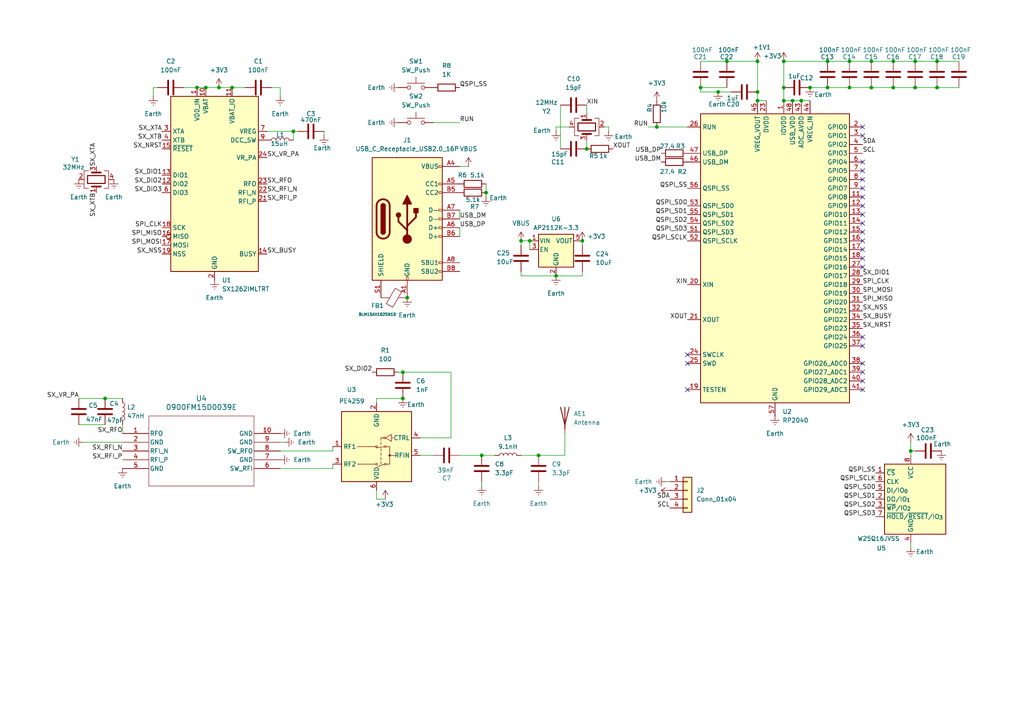
<source format=kicad_sch>
(kicad_sch (version 20250114) (generator "eeschema") (generator_version "9.0")
  (paper "A4")
  (lib_symbols
    (symbol "0900FM15D0039001E:0900FM15D0039E" (pin_names (offset 0.254))
      (property "Reference" "U" (at 22.86 10.16 0))
      (property "Value" "0900FM15D0039E" (at 22.86 7.62 0))
      (symbol "0900FM15D0039E_0_1"
        (pin unspecified line (at 0 0 0) (length 7.62) (name "RFO") (number "1"))
        (pin unspecified line (at 0 -2.54 0) (length 7.62) (name "GND") (number "2"))
        (pin unspecified line (at 0 -5.08 0) (length 7.62) (name "RFI_N") (number "3"))
        (pin unspecified line (at 0 -7.62 0) (length 7.62) (name "RFI_P") (number "4"))
        (pin unspecified line (at 0 -10.16 0) (length 7.62) (name "GND") (number "5"))
        (pin unspecified line (at 45.72 0 180) (length 7.62) (name "GND") (number "10"))
        (pin unspecified line (at 45.72 -2.54 180) (length 7.62) (name "GND") (number "9"))
        (pin unspecified line (at 45.72 -5.08 180) (length 7.62) (name "SW_RFO") (number "8"))
        (pin unspecified line (at 45.72 -7.62 180) (length 7.62) (name "GND") (number "7"))
        (pin unspecified line (at 45.72 -10.16 180) (length 7.62) (name "SW_RFI") (number "6"))
      )
    )
    (symbol "Connector:USB_C_Receptacle_USB2.0_16P" (pin_names (offset 1.016))
      (property "Reference" "J" (at 0 22.225 0))
      (property "Value" "USB_C_Receptacle_USB2.0_16P" (at 0 19.685 0))
      (symbol "USB_C_Receptacle_USB2.0_16P_1_1"
        (pin passive line (at -7.62 -22.86 90) (length 5.08) (name "SHIELD") (number "S1"))
        (pin passive line (at 0 -22.86 90) (length 5.08) (name "GND") (number "A1"))
        (pin passive line (at 0 -22.86 90) (length 5.08) (hide yes) (name "GND") (number "A12"))
        (pin passive line (at 0 -22.86 90) (length 5.08) (hide yes) (name "GND") (number "B1"))
        (pin passive line (at 0 -22.86 90) (length 5.08) (hide yes) (name "GND") (number "B12"))
        (pin passive line (at 15.24 15.24 180) (length 5.08) (name "VBUS") (number "A4"))
        (pin passive line (at 15.24 15.24 180) (length 5.08) (hide yes) (name "VBUS") (number "A9"))
        (pin passive line (at 15.24 15.24 180) (length 5.08) (hide yes) (name "VBUS") (number "B4"))
        (pin passive line (at 15.24 15.24 180) (length 5.08) (hide yes) (name "VBUS") (number "B9"))
        (pin bidirectional line (at 15.24 10.16 180) (length 5.08) (name "CC1") (number "A5"))
        (pin bidirectional line (at 15.24 7.62 180) (length 5.08) (name "CC2") (number "B5"))
        (pin bidirectional line (at 15.24 2.54 180) (length 5.08) (name "D-") (number "A7"))
        (pin bidirectional line (at 15.24 0 180) (length 5.08) (name "D-") (number "B7"))
        (pin bidirectional line (at 15.24 -2.54 180) (length 5.08) (name "D+") (number "A6"))
        (pin bidirectional line (at 15.24 -5.08 180) (length 5.08) (name "D+") (number "B6"))
        (pin bidirectional line (at 15.24 -12.7 180) (length 5.08) (name "SBU1") (number "A8"))
        (pin bidirectional line (at 15.24 -15.24 180) (length 5.08) (name "SBU2") (number "B8"))
      )
    )
    (symbol "Connector_Generic:Conn_01x04" (pin_names (offset 1.016) (hide yes))
      (property "Reference" "J" (at 0 5.08 0))
      (property "Value" "Conn_01x04" (at 0 -7.62 0))
      (symbol "Conn_01x04_1_1"
        (pin passive line (at -5.08 2.54 0) (length 3.81) (name "Pin_1") (number "1"))
        (pin passive line (at -5.08 0 0) (length 3.81) (name "Pin_2") (number "2"))
        (pin passive line (at -5.08 -2.54 0) (length 3.81) (name "Pin_3") (number "3"))
        (pin passive line (at -5.08 -5.08 0) (length 3.81) (name "Pin_4") (number "4"))
      )
    )
    (symbol "Device:Antenna" (pin_numbers (hide yes)) (pin_names (offset 1.016) (hide yes))
      (property "Reference" "AE" (at -1.905 1.905 0))
      (property "Value" "Antenna" (at -1.905 0 0))
      (symbol "Antenna_1_1"
        (pin input line (at 0 -5.08 90) (length 2.54) (name "A") (number "1"))
      )
    )
    (symbol "Device:C" (pin_numbers (hide yes)) (pin_names (offset 0.254))
      (property "Reference" "C" (at 0.635 2.54 0))
      (property "Value" "C" (at 0.635 -2.54 0))
      (symbol "C_1_1"
        (pin passive line (at 0 3.81 270) (length 2.794) (name "~") (number "1"))
        (pin passive line (at 0 -3.81 90) (length 2.794) (name "~") (number "2"))
      )
    )
    (symbol "Device:Crystal_GND24" (pin_names (offset 1.016) (hide yes))
      (property "Reference" "Y" (at 3.175 5.08 0))
      (property "Value" "Crystal_GND24" (at 3.175 3.175 0))
      (symbol "Crystal_GND24_1_1"
        (pin passive line (at -3.81 0 0) (length 1.27) (name "1") (number "1"))
        (pin passive line (at 0 5.08 270) (length 1.27) (name "2") (number "2"))
        (pin passive line (at 0 -5.08 90) (length 1.27) (name "4") (number "4"))
        (pin passive line (at 3.81 0 180) (length 1.27) (name "3") (number "3"))
      )
    )
    (symbol "Device:L" (pin_numbers (hide yes)) (pin_names (offset 1.016) (hide yes))
      (property "Reference" "L" (at -1.27 0 90))
      (property "Value" "L" (at 1.905 0 90))
      (symbol "L_1_1"
        (pin passive line (at 0 3.81 270) (length 1.27) (name "1") (number "1"))
        (pin passive line (at 0 -3.81 90) (length 1.27) (name "2") (number "2"))
      )
    )
    (symbol "Device:R" (pin_numbers (hide yes)) (pin_names (offset 0))
      (property "Reference" "R" (at 2.032 0 90))
      (property "Value" "R" (at 0 0 90))
      (symbol "R_1_1"
        (pin passive line (at 0 3.81 270) (length 1.27) (name "~") (number "1"))
        (pin passive line (at 0 -3.81 90) (length 1.27) (name "~") (number "2"))
      )
    )
    (symbol "MCU_RaspberryPi:RP2040"
      (property "Reference" "U" (at 17.78 45.72 0))
      (property "Value" "RP2040" (at 17.78 43.18 0))
      (symbol "RP2040_1_1"
        (pin input line (at -25.4 38.1 0) (length 3.81) (name "RUN") (number "26"))
        (pin bidirectional line (at -25.4 30.48 0) (length 3.81) (name "USB_DP") (number "47"))
        (pin bidirectional line (at -25.4 27.94 0) (length 3.81) (name "USB_DM") (number "46"))
        (pin bidirectional line (at -25.4 20.32 0) (length 3.81) (name "QSPI_SS") (number "56"))
        (pin bidirectional line (at -25.4 15.24 0) (length 3.81) (name "QSPI_SD0") (number "53"))
        (pin bidirectional line (at -25.4 12.7 0) (length 3.81) (name "QSPI_SD1") (number "55"))
        (pin bidirectional line (at -25.4 10.16 0) (length 3.81) (name "QSPI_SD2") (number "54"))
        (pin bidirectional line (at -25.4 7.62 0) (length 3.81) (name "QSPI_SD3") (number "51"))
        (pin output line (at -25.4 5.08 0) (length 3.81) (name "QSPI_SCLK") (number "52"))
        (pin input line (at -25.4 -7.62 0) (length 3.81) (name "XIN") (number "20"))
        (pin passive line (at -25.4 -17.78 0) (length 3.81) (name "XOUT") (number "21"))
        (pin input line (at -25.4 -27.94 0) (length 3.81) (name "SWCLK") (number "24"))
        (pin bidirectional line (at -25.4 -30.48 0) (length 3.81) (name "SWD") (number "25"))
        (pin input line (at -25.4 -38.1 0) (length 3.81) (name "TESTEN") (number "19"))
        (pin power_out line (at -5.08 45.72 270) (length 3.81) (name "VREG_VOUT") (number "45"))
        (pin power_in line (at -2.54 45.72 270) (length 3.81) (name "DVDD") (number "23"))
        (pin passive line (at -2.54 45.72 270) (length 3.81) (hide yes) (name "DVDD") (number "50"))
        (pin power_in line (at 0 -45.72 90) (length 3.81) (name "GND") (number "57"))
        (pin power_in line (at 2.54 45.72 270) (length 3.81) (name "IOVDD") (number "1"))
        (pin passive line (at 2.54 45.72 270) (length 3.81) (hide yes) (name "IOVDD") (number "10"))
        (pin passive line (at 2.54 45.72 270) (length 3.81) (hide yes) (name "IOVDD") (number "22"))
        (pin passive line (at 2.54 45.72 270) (length 3.81) (hide yes) (name "IOVDD") (number "33"))
        (pin passive line (at 2.54 45.72 270) (length 3.81) (hide yes) (name "IOVDD") (number "42"))
        (pin passive line (at 2.54 45.72 270) (length 3.81) (hide yes) (name "IOVDD") (number "49"))
        (pin power_in line (at 5.08 45.72 270) (length 3.81) (name "USB_VDD") (number "48"))
        (pin power_in line (at 7.62 45.72 270) (length 3.81) (name "ADC_AVDD") (number "43"))
        (pin power_in line (at 10.16 45.72 270) (length 3.81) (name "VREG_IN") (number "44"))
        (pin bidirectional line (at 25.4 38.1 180) (length 3.81) (name "GPIO0") (number "2"))
        (pin bidirectional line (at 25.4 35.56 180) (length 3.81) (name "GPIO1") (number "3"))
        (pin bidirectional line (at 25.4 33.02 180) (length 3.81) (name "GPIO2") (number "4"))
        (pin bidirectional line (at 25.4 30.48 180) (length 3.81) (name "GPIO3") (number "5"))
        (pin bidirectional line (at 25.4 27.94 180) (length 3.81) (name "GPIO4") (number "6"))
        (pin bidirectional line (at 25.4 25.4 180) (length 3.81) (name "GPIO5") (number "7"))
        (pin bidirectional line (at 25.4 22.86 180) (length 3.81) (name "GPIO6") (number "8"))
        (pin bidirectional line (at 25.4 20.32 180) (length 3.81) (name "GPIO7") (number "9"))
        (pin bidirectional line (at 25.4 17.78 180) (length 3.81) (name "GPIO8") (number "11"))
        (pin bidirectional line (at 25.4 15.24 180) (length 3.81) (name "GPIO9") (number "12"))
        (pin bidirectional line (at 25.4 12.7 180) (length 3.81) (name "GPIO10") (number "13"))
        (pin bidirectional line (at 25.4 10.16 180) (length 3.81) (name "GPIO11") (number "14"))
        (pin bidirectional line (at 25.4 7.62 180) (length 3.81) (name "GPIO12") (number "15"))
        (pin bidirectional line (at 25.4 5.08 180) (length 3.81) (name "GPIO13") (number "16"))
        (pin bidirectional line (at 25.4 2.54 180) (length 3.81) (name "GPIO14") (number "17"))
        (pin bidirectional line (at 25.4 0 180) (length 3.81) (name "GPIO15") (number "18"))
        (pin bidirectional line (at 25.4 -2.54 180) (length 3.81) (name "GPIO16") (number "27"))
        (pin bidirectional line (at 25.4 -5.08 180) (length 3.81) (name "GPIO17") (number "28"))
        (pin bidirectional line (at 25.4 -7.62 180) (length 3.81) (name "GPIO18") (number "29"))
        (pin bidirectional line (at 25.4 -10.16 180) (length 3.81) (name "GPIO19") (number "30"))
        (pin bidirectional line (at 25.4 -12.7 180) (length 3.81) (name "GPIO20") (number "31"))
        (pin bidirectional line (at 25.4 -15.24 180) (length 3.81) (name "GPIO21") (number "32"))
        (pin bidirectional line (at 25.4 -17.78 180) (length 3.81) (name "GPIO22") (number "34"))
        (pin bidirectional line (at 25.4 -20.32 180) (length 3.81) (name "GPIO23") (number "35"))
        (pin bidirectional line (at 25.4 -22.86 180) (length 3.81) (name "GPIO24") (number "36"))
        (pin bidirectional line (at 25.4 -25.4 180) (length 3.81) (name "GPIO25") (number "37"))
        (pin bidirectional line (at 25.4 -30.48 180) (length 3.81) (name "GPIO26_ADC0") (number "38"))
        (pin bidirectional line (at 25.4 -33.02 180) (length 3.81) (name "GPIO27_ADC1") (number "39"))
        (pin bidirectional line (at 25.4 -35.56 180) (length 3.81) (name "GPIO28_ADC2") (number "40"))
        (pin bidirectional line (at 25.4 -38.1 180) (length 3.81) (name "GPIO29_ADC3") (number "41"))
      )
    )
    (symbol "Memory_Flash:W25Q16JVSS"
      (property "Reference" "U" (at -6.35 11.43 0))
      (property "Value" "W25Q16JVSS" (at 7.62 11.43 0))
      (symbol "W25Q16JVSS_1_1"
        (pin input line (at -10.16 7.62 0) (length 2.54) (name "~{CS}") (number "1"))
        (pin input line (at -10.16 5.08 0) (length 2.54) (name "CLK") (number "6"))
        (pin bidirectional line (at -10.16 2.54 0) (length 2.54) (name "DI/IO_{0}") (number "5"))
        (pin bidirectional line (at -10.16 0 0) (length 2.54) (name "DO/IO_{1}") (number "2"))
        (pin bidirectional line (at -10.16 -2.54 0) (length 2.54) (name "~{WP}/IO_{2}") (number "3"))
        (pin bidirectional line (at -10.16 -5.08 0) (length 2.54) (name "~{HOLD}/~{RESET}/IO_{3}") (number "7"))
        (pin power_in line (at 0 12.7 270) (length 2.54) (name "VCC") (number "8"))
        (pin power_in line (at 0 -12.7 90) (length 2.54) (name "GND") (number "4"))
      )
    )
    (symbol "PCM_JLCPCB-Inductors:Ferrite,0603,(2)" (pin_numbers (hide yes)) (pin_names (offset 0))
      (property "Reference" "FB" (at 3.4036 1.2508 0))
      (property "Current Rating" "2A" (at 3.4036 -1.5274 0))
      (symbol "Ferrite,0603,(2)_1_1"
        (pin passive line (at 0 3.81 270) (length 2.54) (name "~") (number "1"))
        (pin passive line (at 0 -3.81 90) (length 2.54) (name "~") (number "2"))
      )
    )
    (symbol "RF:SX1262IMLTRT"
      (property "Reference" "U" (at 13.97 24.13 0))
      (property "Value" "SX1262IMLTRT" (at 13.97 21.59 0))
      (symbol "SX1262IMLTRT_1_1"
        (pin bidirectional line (at -15.24 15.24 0) (length 2.54) (name "XTA") (number "3"))
        (pin bidirectional line (at -15.24 12.7 0) (length 2.54) (name "XTB") (number "4"))
        (pin input line (at -15.24 10.16 0) (length 2.54) (name "~{RESET}") (number "15"))
        (pin bidirectional line (at -15.24 2.54 0) (length 2.54) (name "DIO1") (number "13"))
        (pin bidirectional line (at -15.24 0 0) (length 2.54) (name "DIO2") (number "12"))
        (pin bidirectional line (at -15.24 -2.54 0) (length 2.54) (name "DIO3") (number "6"))
        (pin input line (at -15.24 -12.7 0) (length 2.54) (name "SCK") (number "18"))
        (pin tri_state inverted (at -15.24 -15.24 0) (length 2.54) (name "MISO") (number "16"))
        (pin input line (at -15.24 -17.78 0) (length 2.54) (name "MOSI") (number "17"))
        (pin input line (at -15.24 -20.32 0) (length 2.54) (name "NSS") (number "19"))
        (pin power_in line (at -5.08 27.94 270) (length 2.54) (name "VDD_IN") (number "1"))
        (pin power_in line (at -2.54 27.94 270) (length 2.54) (name "VBAT") (number "10"))
        (pin power_in line (at 0 -27.94 90) (length 2.54) (name "GND") (number "2"))
        (pin passive line (at 0 -27.94 90) (length 2.54) (hide yes) (name "GND") (number "20"))
        (pin passive line (at 0 -27.94 90) (length 2.54) (hide yes) (name "GND") (number "25"))
        (pin passive line (at 0 -27.94 90) (length 2.54) (hide yes) (name "GND") (number "5"))
        (pin passive line (at 0 -27.94 90) (length 2.54) (hide yes) (name "GND") (number "8"))
        (pin power_in line (at 5.08 27.94 270) (length 2.54) (name "VBAT_IO") (number "11"))
        (pin power_out line (at 15.24 15.24 180) (length 2.54) (name "VREG") (number "7"))
        (pin power_out line (at 15.24 12.7 180) (length 2.54) (name "DCC_SW") (number "9"))
        (pin power_out line (at 15.24 7.62 180) (length 2.54) (name "VR_PA") (number "24"))
        (pin output line (at 15.24 0 180) (length 2.54) (name "RFO") (number "23"))
        (pin input line (at 15.24 -2.54 180) (length 2.54) (name "RFI_N") (number "22"))
        (pin input line (at 15.24 -5.08 180) (length 2.54) (name "RFI_P") (number "21"))
        (pin output line (at 15.24 -20.32 180) (length 2.54) (name "BUSY") (number "14"))
      )
    )
    (symbol "Regulator_Linear:AP2112K-3.3" (pin_names (offset 0.254))
      (property "Reference" "U" (at -5.08 5.715 0))
      (property "Value" "AP2112K-3.3" (at 0 5.715 0))
      (symbol "AP2112K-3.3_1_1"
        (pin power_in line (at -7.62 2.54 0) (length 2.54) (name "VIN") (number "1"))
        (pin input line (at -7.62 0 0) (length 2.54) (name "EN") (number "3"))
        (pin power_in line (at 0 -7.62 90) (length 2.54) (name "GND") (number "2"))
        (pin no_connect line (at 5.08 0 180) (length 2.54) (hide yes) (name "NC") (number "4"))
        (pin power_out line (at 7.62 2.54 180) (length 2.54) (name "VOUT") (number "5"))
      )
    )
    (symbol "Switch:SW_Push" (pin_numbers (hide yes)) (pin_names (offset 1.016) (hide yes))
      (property "Reference" "SW" (at 1.27 2.54 0))
      (property "Value" "SW_Push" (at 0 -1.524 0))
      (symbol "SW_Push_0_1"
        (pin passive line (at -5.08 0 0) (length 2.54) (name "1") (number "1"))
        (pin passive line (at 5.08 0 180) (length 2.54) (name "2") (number "2"))
      )
    )
    (symbol "pe4259:PE4259"
      (property "Reference" "U" (at -10.16 11.43 0))
      (property "Value" "PE4259" (at 1.27 11.43 0))
      (symbol "PE4259_1_1"
        (pin passive line (at -12.7 2.54 0) (length 2.54) (name "RFIN") (number "5"))
        (pin input line (at -12.7 -2.54 0) (length 2.54) (name "CTRL") (number "4"))
        (pin power_in line (at 0 12.7 270) (length 2.54) (name "VDD") (number "6"))
        (pin power_in line (at 0 -12.7 90) (length 2.54) (name "GND") (number "2"))
        (pin passive line (at 12.7 5.08 180) (length 2.54) (name "RF2") (number "3"))
        (pin passive line (at 12.7 0 180) (length 2.54) (name "RF1") (number "1"))
      )
    )
    (symbol "power:+1V1" (power) (pin_numbers (hide yes)) (pin_names (offset 0) (hide yes))
      (property "Value" "+1V1" (at 0 3.556 0))
      (symbol "+1V1_1_1"
        (pin power_in line (at 0 0 90) (length 0) (name "~") (number "1"))
      )
    )
    (symbol "power:+3V3" (power) (pin_numbers (hide yes)) (pin_names (offset 0) (hide yes))
      (property "Value" "+3V3" (at 0 3.556 0))
      (symbol "+3V3_1_1"
        (pin power_in line (at 0 0 90) (length 0) (name "~") (number "1"))
      )
    )
    (symbol "power:Earth" (power) (pin_numbers (hide yes)) (pin_names (offset 0) (hide yes))
      (property "Value" "Earth" (at 0 -3.81 0))
      (symbol "Earth_1_1"
        (pin power_in line (at 0 0 270) (length 0) (name "~") (number "1"))
      )
    )
    (symbol "power:VBUS" (power) (pin_numbers (hide yes)) (pin_names (offset 0) (hide yes))
      (property "Value" "VBUS" (at 0 3.556 0))
      (symbol "VBUS_1_1"
        (pin power_in line (at 0 0 90) (length 0) (name "~") (number "1"))
      )
    )
  )
  (junction (at 271.78 17.78))
  (junction (at 246.38 25.4))
  (junction (at 271.78 25.4))
  (junction (at 240.03 17.78))
  (junction (at 246.38 17.78))
  (junction (at 161.29 80.01))
  (junction (at 219.71 26.67))
  (junction (at 265.43 17.78))
  (junction (at 30.48 115.57))
  (junction (at 63.5 25.4))
  (junction (at 203.2 25.4))
  (junction (at 259.08 25.4))
  (junction (at 170.18 43.18))
  (junction (at 67.31 25.4))
  (junction (at 153.67 69.85))
  (junction (at 229.87 29.21))
  (junction (at 252.73 25.4))
  (junction (at 227.33 17.78))
  (junction (at 116.84 115.57))
  (junction (at 190.5 36.83))
  (junction (at 265.43 25.4))
  (junction (at 156.21 132.08))
  (junction (at 227.33 29.21))
  (junction (at 219.71 17.78))
  (junction (at 264.16 130.81))
  (junction (at 168.91 69.85))
  (junction (at 140.97 55.88))
  (junction (at 219.71 29.21))
  (junction (at 85.09 38.1))
  (junction (at 118.11 86.36))
  (junction (at 59.69 25.4))
  (junction (at 116.84 107.95))
  (junction (at 208.28 26.67))
  (junction (at 57.15 25.4))
  (junction (at 210.82 17.78))
  (junction (at 234.95 25.4))
  (junction (at 240.03 25.4))
  (junction (at 259.08 17.78))
  (junction (at 151.13 69.85))
  (junction (at 232.41 29.21))
  (junction (at 227.33 25.4))
  (junction (at 139.7 132.08))
  (junction (at 252.73 17.78))
  (no_connect (at 250.19 52.07))
  (no_connect (at 250.19 64.77))
  (no_connect (at 250.19 67.31))
  (no_connect (at 250.19 77.47))
  (no_connect (at 199.39 113.03))
  (no_connect (at 250.19 69.85))
  (no_connect (at 250.19 59.69))
  (no_connect (at 199.39 102.87))
  (no_connect (at 250.19 105.41))
  (no_connect (at 250.19 46.99))
  (no_connect (at 250.19 54.61))
  (no_connect (at 250.19 100.33))
  (no_connect (at 250.19 36.83))
  (no_connect (at 250.19 113.03))
  (no_connect (at 250.19 74.93))
  (no_connect (at 250.19 110.49))
  (no_connect (at 250.19 49.53))
  (no_connect (at 250.19 97.79))
  (no_connect (at 250.19 72.39))
  (no_connect (at 250.19 39.37))
  (no_connect (at 250.19 57.15))
  (no_connect (at 250.19 107.95))
  (no_connect (at 250.19 62.23))
  (no_connect (at 199.39 105.41))
  (wire (pts (xy 210.82 17.78) (xy 219.71 17.78)))
  (wire (pts (xy 246.38 17.78) (xy 252.73 17.78)))
  (wire (pts (xy 81.28 25.4) (xy 81.28 27.94)))
  (wire (pts (xy 130.81 127) (xy 130.81 107.95)))
  (wire (pts (xy 229.87 29.21) (xy 232.41 29.21)))
  (wire (pts (xy 259.08 25.4) (xy 265.43 25.4)))
  (wire (pts (xy 140.97 53.34) (xy 140.97 55.88)))
  (wire (pts (xy 227.33 25.4) (xy 227.33 29.21)))
  (wire (pts (xy 22.86 123.19) (xy 30.48 123.19)))
  (wire (pts (xy 30.48 115.57) (xy 22.86 115.57)))
  (wire (pts (xy 252.73 25.4) (xy 259.08 25.4)))
  (wire (pts (xy 170.18 33.02) (xy 170.18 30.48)))
  (wire (pts (xy 139.7 140.97) (xy 139.7 139.7)))
  (wire (pts (xy 203.2 26.67) (xy 203.2 25.4)))
  (wire (pts (xy 151.13 78.74) (xy 151.13 80.01)))
  (wire (pts (xy 67.31 25.4) (xy 71.12 25.4)))
  (wire (pts (xy 264.16 130.81) (xy 264.16 132.08)))
  (wire (pts (xy 93.98 38.1) (xy 93.98 39.37)))
  (wire (pts (xy 219.71 17.78) (xy 219.71 26.67)))
  (wire (pts (xy 156.21 132.08) (xy 163.83 132.08)))
  (wire (pts (xy 153.67 69.85) (xy 153.67 72.39)))
  (wire (pts (xy 133.35 132.08) (xy 139.7 132.08)))
  (wire (pts (xy 168.91 71.12) (xy 168.91 69.85)))
  (wire (pts (xy 140.97 55.88) (xy 140.97 57.15)))
  (wire (pts (xy 109.22 142.24) (xy 109.22 144.78)))
  (wire (pts (xy 59.69 25.4) (xy 63.5 25.4)))
  (wire (pts (xy 264.16 157.48) (xy 264.16 158.75)))
  (wire (pts (xy 81.28 135.89) (xy 96.52 135.89)))
  (wire (pts (xy 133.35 66.04) (xy 133.35 68.58)))
  (wire (pts (xy 77.47 38.1) (xy 85.09 38.1)))
  (wire (pts (xy 125.73 35.56) (xy 133.35 35.56)))
  (wire (pts (xy 35.56 123.19) (xy 35.56 125.73)))
  (wire (pts (xy 109.22 144.78) (xy 111.76 144.78)))
  (wire (pts (xy 162.56 30.48) (xy 162.56 43.18)))
  (wire (pts (xy 208.28 26.67) (xy 212.09 26.67)))
  (wire (pts (xy 151.13 69.85) (xy 151.13 71.12)))
  (wire (pts (xy 85.09 38.1) (xy 86.36 38.1)))
  (wire (pts (xy 96.52 135.89) (xy 96.52 134.62)))
  (wire (pts (xy 165.1 36.83) (xy 161.29 36.83)))
  (wire (pts (xy 59.69 25.4) (xy 57.15 25.4)))
  (wire (pts (xy 78.74 25.4) (xy 81.28 25.4)))
  (wire (pts (xy 246.38 25.4) (xy 252.73 25.4)))
  (wire (pts (xy 176.53 36.83) (xy 176.53 38.1)))
  (wire (pts (xy 121.92 132.08) (xy 125.73 132.08)))
  (wire (pts (xy 82.55 128.27) (xy 81.28 128.27)))
  (wire (pts (xy 265.43 17.78) (xy 271.78 17.78)))
  (wire (pts (xy 170.18 40.64) (xy 170.18 43.18)))
  (wire (pts (xy 116.84 107.95) (xy 115.57 107.95)))
  (wire (pts (xy 81.28 130.81) (xy 96.52 130.81)))
  (wire (pts (xy 151.13 80.01) (xy 161.29 80.01)))
  (wire (pts (xy 45.72 25.4) (xy 44.45 25.4)))
  (wire (pts (xy 193.04 139.7) (xy 194.31 139.7)))
  (wire (pts (xy 265.43 25.4) (xy 271.78 25.4)))
  (wire (pts (xy 219.71 29.21) (xy 222.25 29.21)))
  (wire (pts (xy 234.95 25.4) (xy 240.03 25.4)))
  (wire (pts (xy 130.81 107.95) (xy 116.84 107.95)))
  (wire (pts (xy 203.2 26.67) (xy 208.28 26.67)))
  (wire (pts (xy 232.41 29.21) (xy 234.95 29.21)))
  (wire (pts (xy 227.33 17.78) (xy 227.33 25.4)))
  (wire (pts (xy 240.03 25.4) (xy 246.38 25.4)))
  (wire (pts (xy 121.92 127) (xy 130.81 127)))
  (wire (pts (xy 161.29 80.01) (xy 168.91 80.01)))
  (wire (pts (xy 264.16 130.81) (xy 265.43 130.81)))
  (wire (pts (xy 35.56 115.57) (xy 30.48 115.57)))
  (wire (pts (xy 109.22 116.84) (xy 109.22 115.57)))
  (wire (pts (xy 63.5 25.4) (xy 67.31 25.4)))
  (wire (pts (xy 219.71 26.67) (xy 219.71 29.21)))
  (wire (pts (xy 168.91 80.01) (xy 168.91 78.74)))
  (wire (pts (xy 252.73 17.78) (xy 259.08 17.78)))
  (wire (pts (xy 151.13 132.08) (xy 156.21 132.08)))
  (wire (pts (xy 175.26 36.83) (xy 176.53 36.83)))
  (wire (pts (xy 156.21 140.97) (xy 156.21 139.7)))
  (wire (pts (xy 227.33 17.78) (xy 240.03 17.78)))
  (wire (pts (xy 135.89 48.26) (xy 133.35 48.26)))
  (wire (pts (xy 259.08 17.78) (xy 265.43 17.78)))
  (wire (pts (xy 240.03 17.78) (xy 246.38 17.78)))
  (wire (pts (xy 203.2 25.4) (xy 210.82 25.4)))
  (wire (pts (xy 264.16 128.27) (xy 264.16 130.81)))
  (wire (pts (xy 44.45 25.4) (xy 44.45 27.94)))
  (wire (pts (xy 203.2 17.78) (xy 210.82 17.78)))
  (wire (pts (xy 271.78 17.78) (xy 278.13 17.78)))
  (wire (pts (xy 163.83 125.73) (xy 163.83 132.08)))
  (wire (pts (xy 57.15 25.4) (xy 53.34 25.4)))
  (wire (pts (xy 161.29 36.83) (xy 161.29 38.1)))
  (wire (pts (xy 139.7 132.08) (xy 143.51 132.08)))
  (wire (pts (xy 24.13 128.27) (xy 35.56 128.27)))
  (wire (pts (xy 133.35 60.96) (xy 133.35 63.5)))
  (wire (pts (xy 190.5 36.83) (xy 199.39 36.83)))
  (wire (pts (xy 85.09 38.1) (xy 85.09 40.64)))
  (wire (pts (xy 109.22 115.57) (xy 116.84 115.57)))
  (wire (pts (xy 271.78 25.4) (xy 278.13 25.4)))
  (wire (pts (xy 227.33 29.21) (xy 229.87 29.21)))
  (wire (pts (xy 96.52 130.81) (xy 96.52 129.54)))
  (wire (pts (xy 187.96 36.83) (xy 190.5 36.83)))
  (wire (pts (xy 151.13 69.85) (xy 153.67 69.85)))
  (label "RUN" (at 187.96 36.83 180))
  (label "SX_BUSY" (at 77.47 73.66 0))
  (label "SX_RFI_P" (at 35.56 133.35 180))
  (label "QSPI_SD1" (at 199.39 62.23 180))
  (label "SX_VR_PA" (at 77.47 45.72 0))
  (label "SX_RFO" (at 77.47 53.34 0))
  (label "SPI_MISO" (at 46.99 68.58 180))
  (label "USB_DP" (at 133.35 66.04 0))
  (label "SX_DIO3" (at 46.99 55.88 180))
  (label "SX_DIO2" (at 46.99 53.34 180))
  (label "SX_XTB" (at 27.94 55.88 270))
  (label "SX_NSS" (at 250.19 90.17 0))
  (label "QSPI_SD3" (at 199.39 67.31 180))
  (label "QSPI_SS" (at 133.35 25.4 0))
  (label "QSPI_SD1" (at 254 144.78 180))
  (label "XOUT" (at 177.8 43.18 0))
  (label "SX_RFI_P" (at 77.47 58.42 0))
  (label "QSPI_SCLK" (at 199.39 69.85 180))
  (label "SX_DIO1" (at 46.99 50.8 180))
  (label "QSPI_SCLK" (at 254 139.7 180))
  (label "SX_RFO" (at 35.56 125.73 180))
  (label "USB_DM" (at 191.77 46.99 180))
  (label "RUN" (at 133.35 35.56 0))
  (label "QSPI_SS" (at 199.39 54.61 180))
  (label "SPI_CLK" (at 46.99 66.04 180))
  (label "SX_XTA" (at 27.94 48.26 90))
  (label "SX_DIO2" (at 107.95 107.95 180))
  (label "SPI_CLK" (at 250.19 82.55 0))
  (label "SCL" (at 250.19 44.45 0))
  (label "SX_VR_PA" (at 22.86 115.57 180))
  (label "XIN" (at 170.18 30.48 0))
  (label "SX_DIO1" (at 250.19 80.01 0))
  (label "SPI_MOSI" (at 250.19 85.09 0))
  (label "SCL" (at 194.31 147.32 180))
  (label "SX_NSS" (at 46.99 73.66 180))
  (label "SDA" (at 250.19 41.91 0))
  (label "QSPI_SD2" (at 254 147.32 180))
  (label "XOUT" (at 199.39 92.71 180))
  (label "QSPI_SS" (at 254 137.16 180))
  (label "SX_RFI_N" (at 35.56 130.81 180))
  (label "QSPI_SD3" (at 254 149.86 180))
  (label "QSPI_SD0" (at 254 142.24 180))
  (label "SX_NRST" (at 250.19 95.25 0))
  (label "SX_BUSY" (at 250.19 92.71 0))
  (label "SPI_MISO" (at 250.19 87.63 0))
  (label "XIN" (at 199.39 82.55 180))
  (label "SX_XTB" (at 46.99 40.64 180))
  (label "USB_DM" (at 133.35 63.5 0))
  (label "SX_RFI_N" (at 77.47 55.88 0))
  (label "SX_XTA" (at 46.99 38.1 180))
  (label "QSPI_SD0" (at 199.39 59.69 180))
  (label "SPI_MOSI" (at 46.99 71.12 180))
  (label "SDA" (at 194.31 144.78 180))
  (label "SX_NRST" (at 46.99 43.18 180))
  (label "QSPI_SD2" (at 199.39 64.77 180))
  (label "USB_DP" (at 191.77 44.45 180))
  (symbol (lib_id "PCM_JLCPCB-Inductors:Ferrite,0603,(2)") (at 114.3 86.36 90) (unit 1)
    (property "Reference" "FB1" (at 109.474 88.646 90))
    (property "Value" "BLM15AX102SN1D" (at 109.474 91.186 90) (effects (font (size 0.8 0.8))))
    (property "Footprint" "PCM_JLCPCB:FB_0603" (effects (hide yes)))
    (property "Datasheet" "https://www.lcsc.com/datasheet/lcsc_datasheet_2304140030_Murata-Electronics-BLM18PG121SN1D_C14709.pdf" (effects (hide yes)))
    (property "Description" "50mΩ ±25% 120Ω@100MHz 0603 Ferrite Beads ROHS" (effects (hide yes)))
    (property "LCSC" "C14709" (effects (hide yes)))
    (property "Stock" "222675" (effects (hide yes)))
    (property "Price" "0.009USD" (effects (hide yes)))
    (property "Process" "SMT" (effects (hide yes)))
    (property "Minimum Qty" "20" (effects (hide yes)))
    (property "Attrition Qty" "10" (effects (hide yes)))
    (property "Class" "Basic Component" (effects (hide yes)))
    (property "Category" "Filters/EMI Optimization,Ferrite Beads" (effects (hide yes)))
    (property "Manufacturer" "Murata Electronics" (effects (hide yes)))
    (property "Part" "BLM18PG121SN1D" (effects (hide yes)))
    (property "DC Resistance" "50mΩ" (effects (hide yes)))
    (property "Impedance @ Frequency" "120Ω@100MHz" (effects (hide yes)))
    (property "Circuits" "1" (effects (hide yes)))
    (property "Current Rating" "2A" (effects (hide yes)))
    (property "Tolerance" "±25%" (effects (hide yes)))
  )
  (symbol (lib_id "Device:C") (at 74.93 25.4 90) (unit 1)
    (property "Reference" "C1" (at 74.93 17.78 90))
    (property "Value" "100nF" (at 74.93 20.32 90))
    (property "Footprint" "Capacitor_SMD:C_0402_1005Metric" (effects (hide yes)))
    (property "Description" "Unpolarized capacitor" (effects (hide yes)))
  )
  (symbol (lib_id "Device:C") (at 231.14 25.4 90) (unit 1)
    (property "Reference" "C12" (at 233.934 22.606 90))
    (property "Value" "1uF" (at 230.378 22.098 90))
    (property "Footprint" "Capacitor_SMD:C_0402_1005Metric" (effects (hide yes)))
    (property "Description" "Unpolarized capacitor" (effects (hide yes)))
  )
  (symbol (lib_id "power:Earth") (at 140.97 57.15 0) (unit 1)
    (property "Reference" "#PWR029" (effects (hide yes)))
    (property "Value" "Earth" (at 144.526 57.404 0))
    (property "Description" "Power symbol creates a global label with name \"Earth\"" (effects (hide yes)))
  )
  (symbol (lib_id "Device:C") (at 269.24 130.81 90) (unit 1)
    (property "Reference" "C23" (at 268.986 124.714 90))
    (property "Value" "100nF" (at 268.732 127 90))
    (property "Footprint" "Capacitor_SMD:C_0402_1005Metric" (effects (hide yes)))
    (property "Description" "Unpolarized capacitor" (effects (hide yes)))
  )
  (symbol (lib_id "Device:L") (at 35.56 119.38 0) (unit 1)
    (property "Reference" "L2" (at 36.83 118.1099 0) (effects (justify left)))
    (property "Value" "47nH" (at 36.83 120.6499 0) (effects (justify left)))
    (property "Footprint" "Inductor_SMD:L_0402_1005Metric" (effects (hide yes)))
    (property "Description" "Inductor" (effects (hide yes)))
  )
  (symbol (lib_id "Device:C") (at 252.73 21.59 0) (unit 1)
    (property "Reference" "C15" (at 250.698 16.51 0) (effects (justify left)))
    (property "Value" "100nF" (at 250.19 14.478 0) (effects (justify left)))
    (property "Footprint" "Capacitor_SMD:C_0402_1005Metric" (effects (hide yes)))
    (property "Description" "Unpolarized capacitor" (effects (hide yes)))
  )
  (symbol (lib_id "Device:C") (at 151.13 74.93 0) (unit 1)
    (property "Reference" "C25" (at 144.018 73.406 0) (effects (justify left)))
    (property "Value" "10uF" (at 144.018 75.946 0) (effects (justify left)))
    (property "Footprint" "Capacitor_SMD:C_0402_1005Metric" (effects (hide yes)))
    (property "Description" "Unpolarized capacitor" (effects (hide yes)))
  )
  (symbol (lib_id "Device:L") (at 81.28 40.64 90) (unit 1)
    (property "Reference" "L1" (at 81.28 39.116 90))
    (property "Value" "15uH" (at 81.026 41.656 90))
    (property "Footprint" "Inductor_SMD:L_0402_1005Metric" (effects (hide yes)))
    (property "Description" "Inductor" (effects (hide yes)))
  )
  (symbol (lib_id "power:+3V3") (at 227.33 17.78 0) (unit 1)
    (property "Reference" "#PWR022" (effects (hide yes)))
    (property "Value" "+3V3" (at 224.028 16.256 0))
    (property "Description" "Power symbol creates a global label with name \"+3V3\"" (effects (hide yes)))
  )
  (symbol (lib_id "power:Earth") (at 81.28 125.73 90) (unit 1)
    (property "Reference" "#PWR012" (effects (hide yes)))
    (property "Value" "Earth" (at 85.09 125.7299 90) (effects (justify right)))
    (property "Description" "Power symbol creates a global label with name \"Earth\"" (effects (hide yes)))
  )
  (symbol (lib_id "Device:C") (at 210.82 21.59 0) (unit 1)
    (property "Reference" "C22" (at 208.788 16.51 0) (effects (justify left)))
    (property "Value" "100nF" (at 208.28 14.478 0) (effects (justify left)))
    (property "Footprint" "Capacitor_SMD:C_0402_1005Metric" (effects (hide yes)))
    (property "Description" "Unpolarized capacitor" (effects (hide yes)))
  )
  (symbol (lib_id "Memory_Flash:W25Q16JVSS") (at 264.16 144.78 0) (unit 1)
    (property "Reference" "U5" (at 254.254 159.004 0) (effects (justify left)))
    (property "Value" "W25Q16JVSS" (at 248.666 156.21 0) (effects (justify left)))
    (property "Footprint" "Package_SO:SOIC-8_5.3x5.3mm_P1.27mm" (effects (hide yes)))
    (property "Datasheet" "https://www.winbond.com/hq/support/documentation/levelOne.jsp?__locale=en&DocNo=DA00-W25Q16JV.1" (effects (hide yes)))
    (property "Description" "16Mbit / 2MiB Serial Flash Memory, Standard/Dual/Quad SPI, 2.7-3.6V, SOIC-8 (208 mil)" (effects (hide yes)))
  )
  (symbol (lib_id "power:VBUS") (at 151.13 69.85 0) (unit 1)
    (property "Reference" "#PWR032" (effects (hide yes)))
    (property "Value" "VBUS" (at 151.13 64.77 0))
    (property "Description" "Power symbol creates a global label with name \"VBUS\"" (effects (hide yes)))
  )
  (symbol (lib_id "Connector_Generic:Conn_01x04") (at 199.39 142.24 0) (unit 1)
    (property "Reference" "J2" (at 201.93 142.2399 0) (effects (justify left)))
    (property "Value" "Conn_01x04" (at 201.93 144.7799 0) (effects (justify left)))
    (property "Footprint" "Connector_PinSocket_2.54mm:PinSocket_1x04_P2.54mm_Vertical" (effects (hide yes)))
    (property "Description" "Generic connector, single row, 01x04, script generated (kicad-library-utils/schlib/autogen/connector/)" (effects (hide yes)))
  )
  (symbol (lib_id "power:Earth") (at 44.45 27.94 0) (unit 1)
    (property "Reference" "#PWR02" (effects (hide yes)))
    (property "Value" "Earth" (at 44.45 33.02 0))
    (property "Description" "Power symbol creates a global label with name \"Earth\"" (effects (hide yes)))
  )
  (symbol (lib_id "power:Earth") (at 224.79 120.65 0) (unit 1)
    (property "Reference" "#PWR017" (effects (hide yes)))
    (property "Value" "Earth" (at 224.79 125.73 0))
    (property "Description" "Power symbol creates a global label with name \"Earth\"" (effects (hide yes)))
  )
  (symbol (lib_id "Device:C") (at 259.08 21.59 0) (unit 1)
    (property "Reference" "C16" (at 257.048 16.51 0) (effects (justify left)))
    (property "Value" "100nF" (at 256.54 14.478 0) (effects (justify left)))
    (property "Footprint" "Capacitor_SMD:C_0402_1005Metric" (effects (hide yes)))
    (property "Description" "Unpolarized capacitor" (effects (hide yes)))
  )
  (symbol (lib_id "power:Earth") (at 234.95 25.4 0) (unit 1)
    (property "Reference" "#PWR021" (effects (hide yes)))
    (property "Value" "Earth" (at 238.76 27.432 0))
    (property "Description" "Power symbol creates a global label with name \"Earth\"" (effects (hide yes)))
  )
  (symbol (lib_id "Device:L") (at 147.32 132.08 90) (unit 1)
    (property "Reference" "L3" (at 147.32 127 90))
    (property "Value" "9.1nH" (at 147.32 129.54 90))
    (property "Footprint" "Inductor_SMD:L_0402_1005Metric" (effects (hide yes)))
    (property "Description" "Inductor" (effects (hide yes)))
  )
  (symbol (lib_id "RF:SX1262IMLTRT") (at 62.23 53.34 0) (unit 1)
    (property "Reference" "U1" (at 64.3733 81.28 0) (effects (justify left)))
    (property "Value" "SX1262IMLTRT" (at 64.3733 83.82 0) (effects (justify left)))
    (property "Footprint" "Package_DFN_QFN:QFN-24-1EP_4x4mm_P0.5mm_EP2.6x2.6mm" (effects (hide yes)))
    (property "Datasheet" "https://semtech.file.force.com/sfc/dist/version/download/?oid=00DE0000000JelG&ids=0682R00000IjPWSQA3&d=%2Fa%2F2R000000Un7F%2FyT.fKdAr9ZAo3cJLc4F2cBdUsMftpT2vsOICP7NmvMo" (effects (hide yes)))
    (property "Description" "150 MHz to 960 MHz Low Power Long Range Transceiver, 22dBm output power, spreading factor from 5 to 12, LoRA, QFN-24" (effects (hide yes)))
  )
  (symbol (lib_id "Connector:USB_C_Receptacle_USB2.0_16P") (at 118.11 63.5 0) (unit 1)
    (property "Reference" "J1" (at 118.11 40.64 0))
    (property "Value" "USB_C_Receptacle_USB2.0_16P" (at 118.11 43.18 0))
    (property "Footprint" "Connector_USB:USB_C_Receptacle_GCT_USB4105-xx-A_16P_TopMnt_Horizontal" (effects (hide yes)))
    (property "Datasheet" "https://www.usb.org/sites/default/files/documents/usb_type-c.zip" (effects (hide yes)))
    (property "Description" "USB 2.0-only 16P Type-C Receptacle connector" (effects (hide yes)))
  )
  (symbol (lib_id "power:Earth") (at 81.28 27.94 0) (unit 1)
    (property "Reference" "#PWR01" (effects (hide yes)))
    (property "Value" "Earth" (at 81.28 33.02 0))
    (property "Description" "Power symbol creates a global label with name \"Earth\"" (effects (hide yes)))
  )
  (symbol (lib_id "power:+3V3") (at 111.76 144.78 0) (unit 1)
    (property "Reference" "#PWR013" (effects (hide yes)))
    (property "Value" "+3V3" (at 111.506 146.304 0))
    (property "Description" "Power symbol creates a global label with name \"+3V3\"" (effects (hide yes)))
  )
  (symbol (lib_id "Device:C") (at 168.91 74.93 0) (unit 1)
    (property "Reference" "C24" (at 172.72 73.6599 0) (effects (justify left)))
    (property "Value" "10uF" (at 172.72 76.1999 0) (effects (justify left)))
    (property "Footprint" "Capacitor_SMD:C_0402_1005Metric" (effects (hide yes)))
    (property "Description" "Unpolarized capacitor" (effects (hide yes)))
  )
  (symbol (lib_id "Device:C") (at 30.48 119.38 0) (unit 1)
    (property "Reference" "C4" (at 31.75 117.094 0) (effects (justify left)))
    (property "Value" "47pF" (at 30.988 121.92 0) (effects (justify left)))
    (property "Footprint" "Capacitor_SMD:C_0402_1005Metric" (effects (hide yes)))
    (property "Description" "Unpolarized capacitor" (effects (hide yes)))
  )
  (symbol (lib_id "Device:C") (at 22.86 119.38 0) (unit 1)
    (property "Reference" "C5" (at 25.654 117.602 0) (effects (justify left)))
    (property "Value" "47nF" (at 24.892 121.666 0) (effects (justify left)))
    (property "Footprint" "Capacitor_SMD:C_0402_1005Metric" (effects (hide yes)))
    (property "Description" "Unpolarized capacitor" (effects (hide yes)))
  )
  (symbol (lib_id "power:+3V3") (at 63.5 25.4 0) (unit 1)
    (property "Reference" "#PWR03" (effects (hide yes)))
    (property "Value" "+3V3" (at 63.5 20.32 0))
    (property "Description" "Power symbol creates a global label with name \"+3V3\"" (effects (hide yes)))
  )
  (symbol (lib_id "Device:C") (at 166.37 30.48 90) (unit 1)
    (property "Reference" "C10" (at 166.37 22.86 90))
    (property "Value" "15pF" (at 166.37 25.4 90))
    (property "Footprint" "Capacitor_SMD:C_0402_1005Metric" (effects (hide yes)))
    (property "Description" "Unpolarized capacitor" (effects (hide yes)))
  )
  (symbol (lib_id "Regulator_Linear:AP2112K-3.3") (at 161.29 72.39 0) (unit 1)
    (property "Reference" "U6" (at 161.29 63.5 0))
    (property "Value" "AP2112K-3.3" (at 161.29 66.04 0))
    (property "Footprint" "Package_TO_SOT_SMD:SOT-23-5" (effects (hide yes)))
    (property "Datasheet" "https://www.diodes.com/assets/Datasheets/AP2112.pdf" (effects (hide yes)))
    (property "Description" "600mA low dropout linear regulator, with enable pin, 3.8V-6V input voltage range, 3.3V fixed positive output, SOT-23-5" (effects (hide yes)))
  )
  (symbol (lib_id "Device:Crystal_GND24") (at 27.94 52.07 90) (unit 1)
    (property "Reference" "Y1" (at 21.844 46.228 90))
    (property "Value" "32MHz" (at 21.336 48.514 90))
    (property "Footprint" "Crystal:Crystal_SMD_3225-4Pin_3.2x2.5mm" (effects (hide yes)))
    (property "Description" "Four pin crystal, GND on pins 2 and 4" (effects (hide yes)))
  )
  (symbol (lib_id "Device:C") (at 278.13 21.59 0) (unit 1)
    (property "Reference" "C19" (at 276.098 16.51 0) (effects (justify left)))
    (property "Value" "100nF" (at 275.59 14.478 0) (effects (justify left)))
    (property "Footprint" "Capacitor_SMD:C_0402_1005Metric" (effects (hide yes)))
    (property "Description" "Unpolarized capacitor" (effects (hide yes)))
  )
  (symbol (lib_id "Switch:SW_Push") (at 120.65 25.4 0) (unit 1)
    (property "Reference" "SW1" (at 120.65 17.78 0))
    (property "Value" "SW_Push" (at 120.65 20.32 0))
    (property "Footprint" "Button_Switch_SMD:SW_Tactile_SPST_NO_Straight_CK_PTS636Sx25SMTRLFS" (effects (hide yes)))
    (property "Description" "Push button switch, generic, two pins" (effects (hide yes)))
  )
  (symbol (lib_id "Device:C") (at 156.21 135.89 0) (unit 1)
    (property "Reference" "C9" (at 160.02 134.6199 0) (effects (justify left)))
    (property "Value" "3.3pF" (at 160.02 137.1599 0) (effects (justify left)))
    (property "Footprint" "Capacitor_SMD:C_0402_1005Metric" (effects (hide yes)))
    (property "Description" "Unpolarized capacitor" (effects (hide yes)))
  )
  (symbol (lib_id "Device:C") (at 240.03 21.59 0) (unit 1)
    (property "Reference" "C13" (at 237.998 16.51 0) (effects (justify left)))
    (property "Value" "100nF" (at 237.49 14.478 0) (effects (justify left)))
    (property "Footprint" "Capacitor_SMD:C_0402_1005Metric" (effects (hide yes)))
    (property "Description" "Unpolarized capacitor" (effects (hide yes)))
  )
  (symbol (lib_id "Device:R") (at 137.16 55.88 270) (unit 1)
    (property "Reference" "R7" (at 137.668 59.944 90))
    (property "Value" "5.1k" (at 137.16 57.912 90))
    (property "Footprint" "Resistor_SMD:R_0402_1005Metric" (effects (hide yes)))
    (property "Description" "Resistor" (effects (hide yes)))
  )
  (symbol (lib_id "power:Earth") (at 208.28 26.67 0) (unit 1)
    (property "Reference" "#PWR024" (effects (hide yes)))
    (property "Value" "Earth" (at 208.026 30.226 0))
    (property "Description" "Power symbol creates a global label with name \"Earth\"" (effects (hide yes)))
  )
  (symbol (lib_id "Device:C") (at 246.38 21.59 0) (unit 1)
    (property "Reference" "C14" (at 244.348 16.51 0) (effects (justify left)))
    (property "Value" "100nF" (at 243.84 14.478 0) (effects (justify left)))
    (property "Footprint" "Capacitor_SMD:C_0402_1005Metric" (effects (hide yes)))
    (property "Description" "Unpolarized capacitor" (effects (hide yes)))
  )
  (symbol (lib_id "power:+1V1") (at 219.71 17.78 0) (unit 1)
    (property "Reference" "#PWR023" (effects (hide yes)))
    (property "Value" "+1V1" (at 220.98 13.716 0))
    (property "Description" "Power symbol creates a global label with name \"+1V1\"" (effects (hide yes)))
  )
  (symbol (lib_id "power:Earth") (at 139.7 140.97 0) (unit 1)
    (property "Reference" "#PWR015" (effects (hide yes)))
    (property "Value" "Earth" (at 139.7 146.05 0))
    (property "Description" "Power symbol creates a global label with name \"Earth\"" (effects (hide yes)))
  )
  (symbol (lib_id "power:Earth") (at 116.84 115.57 0) (unit 1)
    (property "Reference" "#PWR014" (effects (hide yes)))
    (property "Value" "Earth" (at 120.65 117.348 0))
    (property "Description" "Power symbol creates a global label with name \"Earth\"" (effects (hide yes)))
  )
  (symbol (lib_id "power:Earth") (at 156.21 140.97 0) (unit 1)
    (property "Reference" "#PWR016" (effects (hide yes)))
    (property "Value" "Earth" (at 156.21 146.05 0))
    (property "Description" "Power symbol creates a global label with name \"Earth\"" (effects (hide yes)))
  )
  (symbol (lib_id "power:Earth") (at 161.29 38.1 0) (unit 1)
    (property "Reference" "#PWR019" (effects (hide yes)))
    (property "Value" "Earth" (at 157.226 37.846 0))
    (property "Description" "Power symbol creates a global label with name \"Earth\"" (effects (hide yes)))
  )
  (symbol (lib_id "Device:R") (at 137.16 53.34 90) (unit 1)
    (property "Reference" "R6" (at 134.112 50.8 90))
    (property "Value" "5.1k" (at 138.43 50.8 90))
    (property "Footprint" "Resistor_SMD:R_0402_1005Metric" (effects (hide yes)))
    (property "Description" "Resistor" (effects (hide yes)))
  )
  (symbol (lib_id "power:Earth") (at 176.53 38.1 0) (unit 1)
    (property "Reference" "#PWR020" (effects (hide yes)))
    (property "Value" "Earth" (at 180.848 39.624 0))
    (property "Description" "Power symbol creates a global label with name \"Earth\"" (effects (hide yes)))
  )
  (symbol (lib_id "power:Earth") (at 193.04 139.7 270) (unit 1)
    (property "Reference" "#PWR034" (effects (hide yes)))
    (property "Value" "Earth" (at 189.23 139.6999 90) (effects (justify right)))
    (property "Description" "Power symbol creates a global label with name \"Earth\"" (effects (hide yes)))
  )
  (symbol (lib_id "0900FM15D0039001E:0900FM15D0039E") (at 35.56 125.73 0) (unit 1)
    (property "Reference" "U4" (at 58.42 115.57 0) (effects (font (size 1.524 1.524))))
    (property "Value" "0900FM15D0039E" (at 58.42 118.11 0) (effects (font (size 1.524 1.524))))
    (property "Footprint" "0900FM15D0039001E:0900FM15D0039E_JOT" (effects (hide yes)))
    (property "Datasheet" "0900FM15D0039E" (effects (hide yes)))
  )
  (symbol (lib_id "power:+3V3") (at 194.31 142.24 90) (unit 1)
    (property "Reference" "#PWR035" (effects (hide yes)))
    (property "Value" "+3V3" (at 190.5 142.2399 90) (effects (justify left)))
    (property "Description" "Power symbol creates a global label with name \"+3V3\"" (effects (hide yes)))
  )
  (symbol (lib_id "Device:R") (at 190.5 33.02 0) (unit 1)
    (property "Reference" "R4" (at 188.468 31.242 90))
    (property "Value" "10k" (at 192.532 30.988 90))
    (property "Footprint" "Resistor_SMD:R_0402_1005Metric" (effects (hide yes)))
    (property "Description" "Resistor" (effects (hide yes)))
  )
  (symbol (lib_id "power:Earth") (at 35.56 135.89 0) (unit 1)
    (property "Reference" "#PWR09" (effects (hide yes)))
    (property "Value" "Earth" (at 35.56 140.97 0))
    (property "Description" "Power symbol creates a global label with name \"Earth\"" (effects (hide yes)))
  )
  (symbol (lib_id "power:+3V3") (at 190.5 29.21 0) (unit 1)
    (property "Reference" "#PWR018" (effects (hide yes)))
    (property "Value" "+3V3" (at 190.5 24.13 0))
    (property "Description" "Power symbol creates a global label with name \"+3V3\"" (effects (hide yes)))
  )
  (symbol (lib_id "power:+3V3") (at 168.91 69.85 0) (unit 1)
    (property "Reference" "#PWR033" (effects (hide yes)))
    (property "Value" "+3V3" (at 172.974 68.58 0))
    (property "Description" "Power symbol creates a global label with name \"+3V3\"" (effects (hide yes)))
  )
  (symbol (lib_id "power:VBUS") (at 135.89 48.26 0) (unit 1)
    (property "Reference" "#PWR028" (effects (hide yes)))
    (property "Value" "VBUS" (at 135.89 43.18 0))
    (property "Description" "Power symbol creates a global label with name \"VBUS\"" (effects (hide yes)))
  )
  (symbol (lib_id "power:Earth") (at 161.29 80.01 0) (unit 1)
    (property "Reference" "#PWR031" (effects (hide yes)))
    (property "Value" "Earth" (at 161.29 85.09 0))
    (property "Description" "Power symbol creates a global label with name \"Earth\"" (effects (hide yes)))
  )
  (symbol (lib_id "power:Earth") (at 81.28 133.35 90) (unit 1)
    (property "Reference" "#PWR010" (effects (hide yes)))
    (property "Value" "Earth" (at 85.09 133.3499 90) (effects (justify right)))
    (property "Description" "Power symbol creates a global label with name \"Earth\"" (effects (hide yes)))
  )
  (symbol (lib_id "power:Earth") (at 273.05 130.81 0) (unit 1)
    (property "Reference" "#PWR025" (effects (hide yes)))
    (property "Value" "Earth" (at 273.304 128.778 0))
    (property "Description" "Power symbol creates a global label with name \"Earth\"" (effects (hide yes)))
  )
  (symbol (lib_id "Device:Crystal_GND24") (at 170.18 36.83 270) (unit 1)
    (property "Reference" "Y2" (at 158.496 32.258 90))
    (property "Value" "12MHz" (at 158.496 29.718 90))
    (property "Footprint" "Crystal:Crystal_SMD_Abracon_ABM8G-4Pin_3.2x2.5mm" (effects (hide yes)))
    (property "Description" "Four pin crystal, GND on pins 2 and 4" (effects (hide yes)))
  )
  (symbol (lib_id "MCU_RaspberryPi:RP2040") (at 224.79 74.93 0) (unit 1)
    (property "Reference" "U2" (at 226.9333 119.38 0) (effects (justify left)))
    (property "Value" "RP2040" (at 226.9333 121.92 0) (effects (justify left)))
    (property "Footprint" "Package_DFN_QFN:QFN-56-1EP_7x7mm_P0.4mm_EP3.2x3.2mm" (effects (hide yes)))
    (property "Datasheet" "https://datasheets.raspberrypi.com/rp2040/rp2040-datasheet.pdf" (effects (hide yes)))
    (property "Description" "A microcontroller by Raspberry Pi" (effects (hide yes)))
  )
  (symbol (lib_id "power:Earth") (at 115.57 25.4 270) (unit 1)
    (property "Reference" "#PWR036" (effects (hide yes)))
    (property "Value" "Earth" (at 111.76 25.3999 90) (effects (justify right)))
    (property "Description" "Power symbol creates a global label with name \"Earth\"" (effects (hide yes)))
  )
  (symbol (lib_id "Switch:SW_Push") (at 120.65 35.56 0) (unit 1)
    (property "Reference" "SW2" (at 120.65 27.94 0))
    (property "Value" "SW_Push" (at 120.65 30.48 0))
    (property "Footprint" "Button_Switch_SMD:SW_Tactile_SPST_NO_Straight_CK_PTS636Sx25SMTRLFS" (effects (hide yes)))
    (property "Description" "Push button switch, generic, two pins" (effects (hide yes)))
  )
  (symbol (lib_id "power:Earth") (at 264.16 158.75 0) (unit 1)
    (property "Reference" "#PWR027" (effects (hide yes)))
    (property "Value" "Earth" (at 268.224 160.02 0))
    (property "Description" "Power symbol creates a global label with name \"Earth\"" (effects (hide yes)))
  )
  (symbol (lib_id "power:Earth") (at 118.11 86.36 0) (unit 1)
    (property "Reference" "#PWR030" (effects (hide yes)))
    (property "Value" "Earth" (at 118.11 91.44 0))
    (property "Description" "Power symbol creates a global label with name \"Earth\"" (effects (hide yes)))
  )
  (symbol (lib_id "Device:R") (at 173.99 43.18 90) (unit 1)
    (property "Reference" "R5" (at 172.212 45.212 90))
    (property "Value" "1k" (at 175.006 45.212 90))
    (property "Footprint" "Resistor_SMD:R_0402_1005Metric" (effects (hide yes)))
    (property "Description" "Resistor" (effects (hide yes)))
  )
  (symbol (lib_id "Device:C") (at 139.7 135.89 0) (unit 1)
    (property "Reference" "C8" (at 143.51 134.6199 0) (effects (justify left)))
    (property "Value" "3.3pF" (at 143.51 137.1599 0) (effects (justify left)))
    (property "Footprint" "Capacitor_SMD:C_0402_1005Metric" (effects (hide yes)))
    (property "Description" "Unpolarized capacitor" (effects (hide yes)))
  )
  (symbol (lib_id "Device:C") (at 49.53 25.4 90) (unit 1)
    (property "Reference" "C2" (at 49.53 17.78 90))
    (property "Value" "100nF" (at 49.53 20.32 90))
    (property "Footprint" "Capacitor_SMD:C_0402_1005Metric" (effects (hide yes)))
    (property "Description" "Unpolarized capacitor" (effects (hide yes)))
  )
  (symbol (lib_id "power:Earth") (at 22.86 52.07 0) (unit 1)
    (property "Reference" "#PWR07" (effects (hide yes)))
    (property "Value" "Earth" (at 22.86 57.15 0))
    (property "Description" "Power symbol creates a global label with name \"Earth\"" (effects (hide yes)))
  )
  (symbol (lib_id "Device:C") (at 166.37 43.18 90) (unit 1)
    (property "Reference" "C11" (at 161.798 46.99 90))
    (property "Value" "15pF" (at 162.306 44.704 90))
    (property "Footprint" "Capacitor_SMD:C_0402_1005Metric" (effects (hide yes)))
    (property "Description" "Unpolarized capacitor" (effects (hide yes)))
  )
  (symbol (lib_id "Device:R") (at 195.58 44.45 270) (unit 1)
    (property "Reference" "R3" (at 197.358 42.418 90))
    (property "Value" "27.4" (at 193.548 42.418 90))
    (property "Footprint" "Resistor_SMD:R_0402_1005Metric" (effects (hide yes)))
    (property "Description" "Resistor" (effects (hide yes)))
  )
  (symbol (lib_id "Device:Antenna") (at 163.83 120.65 0) (unit 1)
    (property "Reference" "AE1" (at 166.37 120.0149 0) (effects (justify left)))
    (property "Value" "Antenna" (at 166.37 122.5549 0) (effects (justify left)))
    (property "Footprint" "Connector_PinSocket_2.54mm:PinSocket_1x01_P2.54mm_Vertical" (effects (hide yes)))
    (property "Description" "Antenna" (effects (hide yes)))
  )
  (symbol (lib_id "power:Earth") (at 93.98 39.37 0) (unit 1)
    (property "Reference" "#PWR05" (effects (hide yes)))
    (property "Value" "Earth" (at 93.472 42.926 0))
    (property "Description" "Power symbol creates a global label with name \"Earth\"" (effects (hide yes)))
  )
  (symbol (lib_id "Device:C") (at 129.54 132.08 90) (unit 1)
    (property "Reference" "C7" (at 129.54 138.684 90))
    (property "Value" "39nF" (at 129.286 136.398 90))
    (property "Footprint" "Capacitor_SMD:C_0402_1005Metric" (effects (hide yes)))
    (property "Description" "Unpolarized capacitor" (effects (hide yes)))
  )
  (symbol (lib_id "Device:C") (at 90.17 38.1 90) (unit 1)
    (property "Reference" "C3" (at 90.17 33.02 90))
    (property "Value" "470nF" (at 90.17 34.798 90))
    (property "Footprint" "Capacitor_SMD:C_0402_1005Metric" (effects (hide yes)))
    (property "Description" "Unpolarized capacitor" (effects (hide yes)))
  )
  (symbol (lib_id "power:Earth") (at 62.23 81.28 0) (unit 1)
    (property "Reference" "#PWR04" (effects (hide yes)))
    (property "Value" "Earth" (at 62.23 86.36 0))
    (property "Description" "Power symbol creates a global label with name \"Earth\"" (effects (hide yes)))
  )
  (symbol (lib_id "Device:C") (at 215.9 26.67 90) (unit 1)
    (property "Reference" "C20" (at 212.598 30.226 90))
    (property "Value" "1uF" (at 212.598 28.448 90))
    (property "Footprint" "Capacitor_SMD:C_0402_1005Metric" (effects (hide yes)))
    (property "Description" "Unpolarized capacitor" (effects (hide yes)))
  )
  (symbol (lib_id "Device:R") (at 129.54 25.4 270) (unit 1)
    (property "Reference" "R8" (at 129.54 19.05 90))
    (property "Value" "1K" (at 129.54 21.59 90))
    (property "Footprint" "Resistor_SMD:R_0402_1005Metric" (effects (hide yes)))
    (property "Description" "Resistor" (effects (hide yes)))
  )
  (symbol (lib_id "Device:C") (at 271.78 21.59 0) (unit 1)
    (property "Reference" "C18" (at 269.748 16.51 0) (effects (justify left)))
    (property "Value" "100nF" (at 269.24 14.478 0) (effects (justify left)))
    (property "Footprint" "Capacitor_SMD:C_0402_1005Metric" (effects (hide yes)))
    (property "Description" "Unpolarized capacitor" (effects (hide yes)))
  )
  (symbol (lib_id "Device:C") (at 116.84 111.76 0) (unit 1)
    (property "Reference" "C6" (at 120.65 110.4899 0) (effects (justify left)))
    (property "Value" "1nF" (at 120.65 113.0299 0) (effects (justify left)))
    (property "Footprint" "Capacitor_SMD:C_0402_1005Metric" (effects (hide yes)))
    (property "Description" "Unpolarized capacitor" (effects (hide yes)))
  )
  (symbol (lib_id "power:Earth") (at 82.55 128.27 90) (unit 1)
    (property "Reference" "#PWR011" (effects (hide yes)))
    (property "Value" "Earth" (at 86.36 128.2699 90) (effects (justify right)))
    (property "Description" "Power symbol creates a global label with name \"Earth\"" (effects (hide yes)))
  )
  (symbol (lib_id "power:+3V3") (at 264.16 128.27 0) (unit 1)
    (property "Reference" "#PWR026" (effects (hide yes)))
    (property "Value" "+3V3" (at 264.16 123.19 0))
    (property "Description" "Power symbol creates a global label with name \"+3V3\"" (effects (hide yes)))
  )
  (symbol (lib_id "Device:C") (at 265.43 21.59 0) (unit 1)
    (property "Reference" "C17" (at 263.398 16.51 0) (effects (justify left)))
    (property "Value" "100nF" (at 262.89 14.478 0) (effects (justify left)))
    (property "Footprint" "Capacitor_SMD:C_0402_1005Metric" (effects (hide yes)))
    (property "Description" "Unpolarized capacitor" (effects (hide yes)))
  )
  (symbol (lib_id "power:Earth") (at 115.57 35.56 270) (unit 1)
    (property "Reference" "#PWR037" (effects (hide yes)))
    (property "Value" "Earth" (at 111.76 35.5599 90) (effects (justify right)))
    (property "Description" "Power symbol creates a global label with name \"Earth\"" (effects (hide yes)))
  )
  (symbol (lib_id "Device:R") (at 195.58 46.99 270) (unit 1)
    (property "Reference" "R2" (at 197.866 49.784 90))
    (property "Value" "27.4" (at 193.548 49.784 90))
    (property "Footprint" "Resistor_SMD:R_0402_1005Metric" (effects (hide yes)))
    (property "Description" "Resistor" (effects (hide yes)))
  )
  (symbol (lib_id "Device:R") (at 111.76 107.95 90) (unit 1)
    (property "Reference" "R1" (at 111.76 101.6 90))
    (property "Value" "100" (at 111.76 104.14 90))
    (property "Footprint" "Resistor_SMD:R_0402_1005Metric" (effects (hide yes)))
    (property "Description" "Resistor" (effects (hide yes)))
  )
  (symbol (lib_id "pe4259:PE4259") (at 109.22 129.54 180) (unit 1)
    (property "Reference" "U3" (at 100.584 113.03 0) (effects (justify right)))
    (property "Value" "PE4259" (at 98.298 116.332 0) (effects (justify right)))
    (property "Footprint" "Package_TO_SOT_SMD:SOT-363_SC-70-6" (effects (hide yes)))
    (property "Datasheet" "https://lcsc.com/datasheet/lcsc_datasheet_2409301504_pSemi-PE4259-63_C470892.pdf" (effects (hide yes)))
    (property "Description" "SPDT DC-9GHz switch" (effects (hide yes)))
  )
  (symbol (lib_id "power:Earth") (at 33.02 52.07 0) (unit 1)
    (property "Reference" "#PWR06" (effects (hide yes)))
    (property "Value" "Earth" (at 33.02 57.15 0))
    (property "Description" "Power symbol creates a global label with name \"Earth\"" (effects (hide yes)))
  )
  (symbol (lib_id "power:Earth") (at 24.13 128.27 270) (unit 1)
    (property "Reference" "#PWR08" (effects (hide yes)))
    (property "Value" "Earth" (at 20.32 128.2699 90) (effects (justify right)))
    (property "Description" "Power symbol creates a global label with name \"Earth\"" (effects (hide yes)))
  )
  (symbol (lib_id "Device:C") (at 203.2 21.59 0) (unit 1)
    (property "Reference" "C21" (at 201.168 16.51 0) (effects (justify left)))
    (property "Value" "100nF" (at 200.66 14.478 0) (effects (justify left)))
    (property "Footprint" "Capacitor_SMD:C_0402_1005Metric" (effects (hide yes)))
    (property "Description" "Unpolarized capacitor" (effects (hide yes)))
  )
)
</source>
